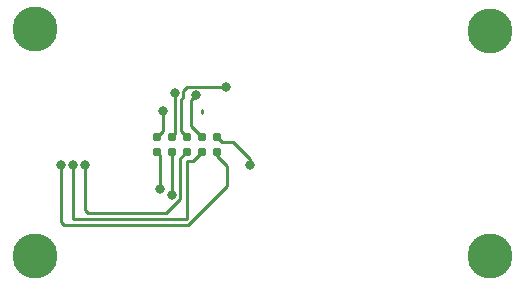
<source format=gbr>
%TF.GenerationSoftware,KiCad,Pcbnew,(5.1.12)-1*%
%TF.CreationDate,2023-04-03T19:11:50-05:00*%
%TF.ProjectId,Tag Connector,54616720-436f-46e6-9e65-63746f722e6b,rev?*%
%TF.SameCoordinates,Original*%
%TF.FileFunction,Copper,L1,Top*%
%TF.FilePolarity,Positive*%
%FSLAX46Y46*%
G04 Gerber Fmt 4.6, Leading zero omitted, Abs format (unit mm)*
G04 Created by KiCad (PCBNEW (5.1.12)-1) date 2023-04-03 19:11:50*
%MOMM*%
%LPD*%
G01*
G04 APERTURE LIST*
%TA.AperFunction,ConnectorPad*%
%ADD10C,0.787400*%
%TD*%
%TA.AperFunction,ComponentPad*%
%ADD11C,2.600000*%
%TD*%
%TA.AperFunction,ConnectorPad*%
%ADD12C,3.800000*%
%TD*%
%TA.AperFunction,ViaPad*%
%ADD13C,0.800000*%
%TD*%
%TA.AperFunction,Conductor*%
%ADD14C,0.250000*%
%TD*%
G04 APERTURE END LIST*
D10*
%TO.P,JTAG1,10*%
%TO.N,Net-(J2-Pad1)*%
X147066000Y-97917000D03*
%TO.P,JTAG1,9*%
%TO.N,Net-(J2-Pad2)*%
X148336000Y-97917000D03*
%TO.P,JTAG1,8*%
%TO.N,Net-(J2-Pad3)*%
X149606000Y-97917000D03*
%TO.P,JTAG1,7*%
%TO.N,Tx*%
X150876000Y-97917000D03*
%TO.P,JTAG1,6*%
%TO.N,GND*%
X152146000Y-97917000D03*
%TO.P,JTAG1,5*%
%TO.N,Rx*%
X152146000Y-99187000D03*
%TO.P,JTAG1,4*%
%TO.N,TCK*%
X150876000Y-99187000D03*
%TO.P,JTAG1,3*%
%TO.N,TESTVPP*%
X149606000Y-99187000D03*
%TO.P,JTAG1,2*%
%TO.N,TDO-TDI*%
X148336000Y-99187000D03*
%TO.P,JTAG1,1*%
%TO.N,+3V3*%
X147066000Y-99187000D03*
%TD*%
D11*
%TO.P,REF\u002A\u002A,1*%
%TO.N,N/C*%
X175262000Y-107998000D03*
D12*
X175262000Y-107998000D03*
%TD*%
%TO.P,REF\u002A\u002A,1*%
%TO.N,N/C*%
X136762000Y-107998000D03*
D11*
X136762000Y-107998000D03*
%TD*%
%TO.P,REF\u002A\u002A,1*%
%TO.N,N/C*%
X136762000Y-88798000D03*
D12*
X136762000Y-88798000D03*
%TD*%
%TO.P,REF\u002A\u002A,1*%
%TO.N,N/C*%
X175262000Y-88978000D03*
D11*
X175262000Y-88978000D03*
%TD*%
D13*
%TO.N,+3V3*%
X147320000Y-102362000D03*
%TO.N,TDO-TDI*%
X148336000Y-102870000D03*
%TO.N,TESTVPP*%
X140970000Y-100330000D03*
%TO.N,TCK*%
X139954000Y-100330000D03*
%TO.N,Rx*%
X138953997Y-100330000D03*
%TO.N,GND*%
X154940000Y-100330000D03*
%TO.N,Tx*%
X150368000Y-94414000D03*
%TO.N,Net-(J2-Pad1)*%
X147574000Y-95758000D03*
%TO.N,Net-(J2-Pad2)*%
X148594653Y-94238653D03*
%TO.N,Net-(J2-Pad3)*%
X152929964Y-93689000D03*
%TD*%
D14*
%TO.N,*%
X150945747Y-95688253D02*
X150945747Y-95942253D01*
%TO.N,+3V3*%
X147320000Y-99441000D02*
X147066000Y-99187000D01*
X147320000Y-102362000D02*
X147320000Y-99441000D01*
%TO.N,TDO-TDI*%
X148336000Y-102870000D02*
X148336000Y-99187000D01*
%TO.N,TESTVPP*%
X149061001Y-99731999D02*
X149606000Y-99187000D01*
X147885002Y-104394000D02*
X149061001Y-103218001D01*
X141224000Y-104394000D02*
X147885002Y-104394000D01*
X140970000Y-104140000D02*
X141224000Y-104394000D01*
X149061001Y-103218001D02*
X149061001Y-99731999D01*
X140970000Y-100330000D02*
X140970000Y-104140000D01*
%TO.N,TCK*%
X139954000Y-100330000D02*
X139954000Y-104902000D01*
X139954000Y-104902000D02*
X149606000Y-104902000D01*
X149606000Y-104902000D02*
X149606000Y-99949000D01*
X150114000Y-99949000D02*
X150876000Y-99187000D01*
X149606000Y-99949000D02*
X150114000Y-99949000D01*
%TO.N,Rx*%
X152146000Y-99510850D02*
X152146000Y-99187000D01*
X153023451Y-100388301D02*
X152146000Y-99510850D01*
X153023451Y-102120959D02*
X153023451Y-100388301D01*
X149734410Y-105410000D02*
X153023451Y-102120959D01*
X138953997Y-105171997D02*
X139192000Y-105410000D01*
X139192000Y-105410000D02*
X149734410Y-105410000D01*
X138953997Y-100330000D02*
X138953997Y-105171997D01*
%TO.N,GND*%
X152585301Y-98356301D02*
X152146000Y-97917000D01*
X153531986Y-98356301D02*
X152585301Y-98356301D01*
X154940000Y-99764315D02*
X153531986Y-98356301D01*
X154940000Y-100330000D02*
X154940000Y-99764315D01*
%TO.N,Tx*%
X149968001Y-94813999D02*
X149968001Y-97009001D01*
X149968001Y-97009001D02*
X150876000Y-97917000D01*
X150368000Y-94414000D02*
X149968001Y-94813999D01*
%TO.N,Net-(J2-Pad1)*%
X147574000Y-97409000D02*
X147066000Y-97917000D01*
X147574000Y-95758000D02*
X147574000Y-97409000D01*
%TO.N,Net-(J2-Pad2)*%
X148594653Y-97658347D02*
X148336000Y-97917000D01*
X148594653Y-94238653D02*
X148594653Y-97658347D01*
%TO.N,Net-(J2-Pad3)*%
X149098000Y-97409000D02*
X149606000Y-97917000D01*
X149098000Y-94808308D02*
X149098000Y-97409000D01*
X152929964Y-93689000D02*
X149823000Y-93689000D01*
X149319654Y-94586654D02*
X149319654Y-94012346D01*
X149098000Y-94808308D02*
X149319654Y-94586654D01*
X149643000Y-93689000D02*
X149823000Y-93689000D01*
X149319654Y-94012346D02*
X149643000Y-93689000D01*
%TD*%
M02*

</source>
